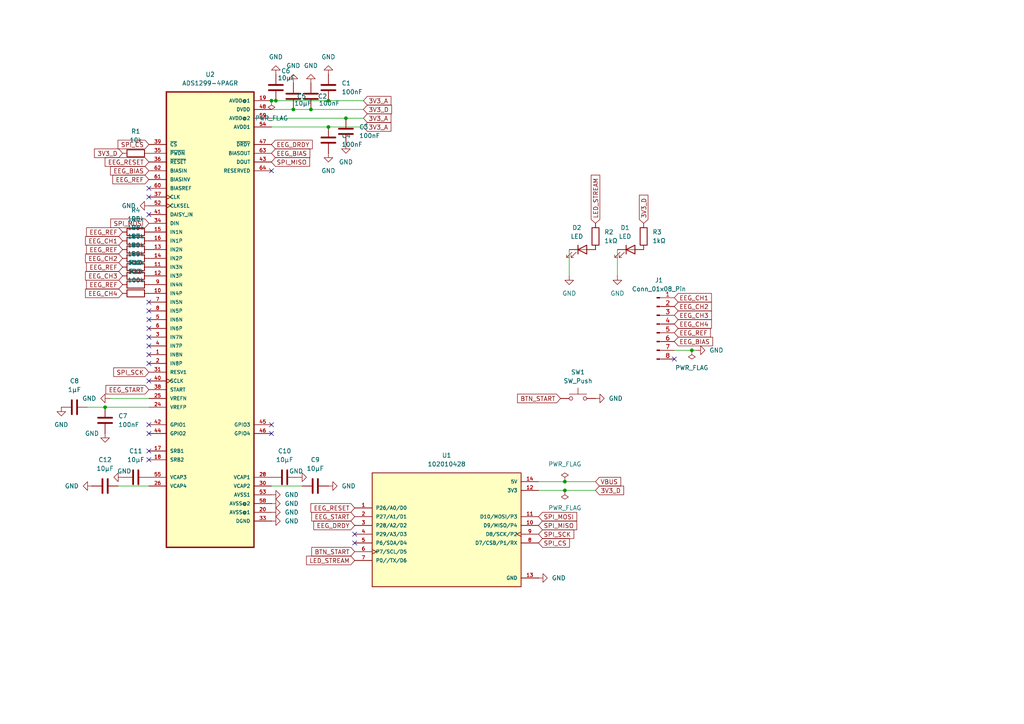
<source format=kicad_sch>
(kicad_sch (version 20250114) (generator "eeschema") (generator_version "9.0")
  (paper "A4")
  (lib_symbols
    (symbol "102010428:102010428" (pin_names (offset 1.016))
      (property "Reference" "U" (at -22.86 17.78 0))
      (property "Value" "102010428" (at -22.86 -17.78 0))
      (symbol "102010428_0_0"
        (rectangle (start -22.86 -15.24) (end 20.32 17.78) (stroke (width 0.254)) (fill (type background)))
        (pin bidirectional line (at -27.94 7.62 0) (length 5.08) (name "P26/A0/D0") (number "1"))
        (pin bidirectional line (at -27.94 5.08 0) (length 5.08) (name "P27/A1/D1") (number "2"))
        (pin bidirectional line (at -27.94 2.54 0) (length 5.08) (name "P28/A2/D2") (number "3"))
        (pin bidirectional line (at -27.94 0 0) (length 5.08) (name "P29/A3/D3") (number "4"))
        (pin bidirectional line (at -27.94 -2.54 0) (length 5.08) (name "P6/SDA/D4") (number "5"))
        (pin bidirectional clock (at -27.94 -5.08 0) (length 5.08) (name "P7/SCL/D5") (number "6"))
        (pin bidirectional line (at -27.94 -7.62 0) (length 5.08) (name "P0//TX/D6") (number "7"))
        (pin power_in line (at 25.4 15.24 180) (length 5.08) (name "5V") (number "14"))
        (pin power_in line (at 25.4 12.7 180) (length 5.08) (name "3V3") (number "12"))
        (pin bidirectional line (at 25.4 5.08 180) (length 5.08) (name "D10/MOSI/P3") (number "11"))
        (pin bidirectional line (at 25.4 2.54 180) (length 5.08) (name "D9/MISO/P4") (number "10"))
        (pin bidirectional clock (at 25.4 0 180) (length 5.08) (name "D8/SCK/P2") (number "9"))
        (pin bidirectional line (at 25.4 -2.54 180) (length 5.08) (name "D7/CSB/P1/RX") (number "8"))
        (pin power_in line (at 25.4 -12.7 180) (length 5.08) (name "GND") (number "13"))
      )
    )
    (symbol "ADS1299-4PAGR:ADS1299-4PAGR" (pin_names (offset 1.016))
      (property "Reference" "U" (at -12.7 67.04 0))
      (property "Value" "ADS1299-4PAGR" (at -12.7 -70.04 0))
      (symbol "ADS1299-4PAGR_0_0"
        (rectangle (start -12.7 -66.04) (end 12.7 66.04) (stroke (width 0.41)) (fill (type background)))
        (pin input line (at -17.78 50.8 0) (length 5.08) (name "~{CS}") (number "39"))
        (pin input line (at -17.78 48.26 0) (length 5.08) (name "~{PWDN}") (number "35"))
        (pin input line (at -17.78 45.72 0) (length 5.08) (name "~{RESET}") (number "36"))
        (pin input line (at -17.78 43.18 0) (length 5.08) (name "BIASIN") (number "62"))
        (pin input line (at -17.78 40.64 0) (length 5.08) (name "BIASINV") (number "61"))
        (pin input line (at -17.78 38.1 0) (length 5.08) (name "BIASREF") (number "60"))
        (pin input clock (at -17.78 35.56 0) (length 5.08) (name "CLK") (number "37"))
        (pin input clock (at -17.78 33.02 0) (length 5.08) (name "CLKSEL") (number "52"))
        (pin input line (at -17.78 30.48 0) (length 5.08) (name "DAISY_IN") (number "41"))
        (pin input line (at -17.78 27.94 0) (length 5.08) (name "DIN") (number "34"))
        (pin input line (at -17.78 25.4 0) (length 5.08) (name "IN1N") (number "15"))
        (pin input line (at -17.78 22.86 0) (length 5.08) (name "IN1P") (number "16"))
        (pin input line (at -17.78 20.32 0) (length 5.08) (name "IN2N") (number "13"))
        (pin input line (at -17.78 17.78 0) (length 5.08) (name "IN2P") (number "14"))
        (pin input line (at -17.78 15.24 0) (length 5.08) (name "IN3N") (number "11"))
        (pin input line (at -17.78 12.7 0) (length 5.08) (name "IN3P") (number "12"))
        (pin input line (at -17.78 10.16 0) (length 5.08) (name "IN4N") (number "9"))
        (pin input line (at -17.78 7.62 0) (length 5.08) (name "IN4P") (number "10"))
        (pin input line (at -17.78 5.08 0) (length 5.08) (name "IN5N") (number "7"))
        (pin input line (at -17.78 2.54 0) (length 5.08) (name "IN5P") (number "8"))
        (pin input line (at -17.78 0 0) (length 5.08) (name "IN6N") (number "5"))
        (pin input line (at -17.78 -2.54 0) (length 5.08) (name "IN6P") (number "6"))
        (pin input line (at -17.78 -5.08 0) (length 5.08) (name "IN7N") (number "3"))
        (pin input line (at -17.78 -7.62 0) (length 5.08) (name "IN7P") (number "4"))
        (pin input line (at -17.78 -10.16 0) (length 5.08) (name "IN8N") (number "1"))
        (pin input line (at -17.78 -12.7 0) (length 5.08) (name "IN8P") (number "2"))
        (pin input line (at -17.78 -15.24 0) (length 5.08) (name "RESV1") (number "31"))
        (pin input clock (at -17.78 -17.78 0) (length 5.08) (name "SCLK") (number "40"))
        (pin input line (at -17.78 -20.32 0) (length 5.08) (name "START") (number "38"))
        (pin input line (at -17.78 -22.86 0) (length 5.08) (name "VREFN") (number "25"))
        (pin input line (at -17.78 -25.4 0) (length 5.08) (name "VREFP") (number "24"))
        (pin bidirectional line (at -17.78 -30.48 0) (length 5.08) (name "GPIO1") (number "42"))
        (pin bidirectional line (at -17.78 -33.02 0) (length 5.08) (name "GPIO2") (number "44"))
        (pin bidirectional line (at -17.78 -38.1 0) (length 5.08) (name "SRB1") (number "17"))
        (pin bidirectional line (at -17.78 -40.64 0) (length 5.08) (name "SRB2") (number "18"))
        (pin bidirectional line (at -17.78 -45.72 0) (length 5.08) (name "VCAP3") (number "55"))
        (pin bidirectional line (at -17.78 -48.26 0) (length 5.08) (name "VCAP4") (number "26"))
        (pin power_in line (at 17.78 63.5 180) (length 5.08) (name "AVDD@1") (number "19"))
        (pin power_in line (at 17.78 63.5 180) (length 5.08) (hide yes) (name "AVDD@1") (number "21"))
        (pin power_in line (at 17.78 63.5 180) (length 5.08) (hide yes) (name "AVDD@1") (number "22"))
        (pin power_in line (at 17.78 63.5 180) (length 5.08) (hide yes) (name "AVDD@1") (number "56"))
        (pin power_in line (at 17.78 60.96 180) (length 5.08) (name "DVDD") (number "48"))
        (pin power_in line (at 17.78 60.96 180) (length 5.08) (hide yes) (name "DVDD") (number "50"))
        (pin power_in line (at 17.78 58.42 180) (length 5.08) (name "AVDD@2") (number "59"))
        (pin power_in line (at 17.78 55.88 180) (length 5.08) (name "AVDD1") (number "54"))
        (pin output line (at 17.78 50.8 180) (length 5.08) (name "~{DRDY}") (number "47"))
        (pin output line (at 17.78 48.26 180) (length 5.08) (name "BIASOUT") (number "63"))
        (pin output line (at 17.78 45.72 180) (length 5.08) (name "DOUT") (number "43"))
        (pin output line (at 17.78 43.18 180) (length 5.08) (name "RESERVED") (number "64"))
        (pin bidirectional line (at 17.78 -30.48 180) (length 5.08) (name "GPIO3") (number "45"))
        (pin bidirectional line (at 17.78 -33.02 180) (length 5.08) (name "GPIO4") (number "46"))
        (pin output line (at 17.78 -45.72 180) (length 5.08) (name "VCAP1") (number "28"))
        (pin output line (at 17.78 -48.26 180) (length 5.08) (name "VCAP2") (number "30"))
        (pin power_in line (at 17.78 -50.8 180) (length 5.08) (name "AVSS1") (number "53"))
        (pin power_in line (at 17.78 -53.34 180) (length 5.08) (name "AVSS@2") (number "58"))
        (pin power_in line (at 17.78 -55.88 180) (length 5.08) (name "AVSS@1") (number "20"))
        (pin power_in line (at 17.78 -55.88 180) (length 5.08) (hide yes) (name "AVSS@1") (number "23"))
        (pin power_in line (at 17.78 -55.88 180) (length 5.08) (hide yes) (name "AVSS@1") (number "32"))
        (pin power_in line (at 17.78 -55.88 180) (length 5.08) (hide yes) (name "AVSS@1") (number "57"))
        (pin power_in line (at 17.78 -58.42 180) (length 5.08) (name "DGND") (number "33"))
        (pin power_in line (at 17.78 -58.42 180) (length 5.08) (hide yes) (name "DGND") (number "49"))
        (pin power_in line (at 17.78 -58.42 180) (length 5.08) (hide yes) (name "DGND") (number "51"))
      )
    )
    (symbol "Connector:Conn_01x08_Pin" (pin_names (offset 1.016) (hide yes))
      (property "Reference" "J" (at 0 10.16 0))
      (property "Value" "Conn_01x08_Pin" (at 0 -12.7 0))
      (symbol "Conn_01x08_Pin_1_1"
        (rectangle (start 0.8636 7.747) (end 0 7.493) (stroke (width 0.1524)) (fill (type outline)))
        (rectangle (start 0.8636 5.207) (end 0 4.953) (stroke (width 0.1524)) (fill (type outline)))
        (rectangle (start 0.8636 2.667) (end 0 2.413) (stroke (width 0.1524)) (fill (type outline)))
        (rectangle (start 0.8636 0.127) (end 0 -0.127) (stroke (width 0.1524)) (fill (type outline)))
        (rectangle (start 0.8636 -2.413) (end 0 -2.667) (stroke (width 0.1524)) (fill (type outline)))
        (rectangle (start 0.8636 -4.953) (end 0 -5.207) (stroke (width 0.1524)) (fill (type outline)))
        (rectangle (start 0.8636 -7.493) (end 0 -7.747) (stroke (width 0.1524)) (fill (type outline)))
        (rectangle (start 0.8636 -10.033) (end 0 -10.287) (stroke (width 0.1524)) (fill (type outline)))
        (polyline (pts (xy 1.27 7.62) (xy 0.8636 7.62)) (stroke (width 0.1524)))
        (polyline (pts (xy 1.27 5.08) (xy 0.8636 5.08)) (stroke (width 0.1524)))
        (polyline (pts (xy 1.27 2.54) (xy 0.8636 2.54)) (stroke (width 0.1524)))
        (polyline (pts (xy 1.27 0) (xy 0.8636 0)) (stroke (width 0.1524)))
        (polyline (pts (xy 1.27 -2.54) (xy 0.8636 -2.54)) (stroke (width 0.1524)))
        (polyline (pts (xy 1.27 -5.08) (xy 0.8636 -5.08)) (stroke (width 0.1524)))
        (polyline (pts (xy 1.27 -7.62) (xy 0.8636 -7.62)) (stroke (width 0.1524)))
        (polyline (pts (xy 1.27 -10.16) (xy 0.8636 -10.16)) (stroke (width 0.1524)))
        (pin passive line (at 5.08 7.62 180) (length 3.81) (name "Pin_1") (number "1"))
        (pin passive line (at 5.08 5.08 180) (length 3.81) (name "Pin_2") (number "2"))
        (pin passive line (at 5.08 2.54 180) (length 3.81) (name "Pin_3") (number "3"))
        (pin passive line (at 5.08 0 180) (length 3.81) (name "Pin_4") (number "4"))
        (pin passive line (at 5.08 -2.54 180) (length 3.81) (name "Pin_5") (number "5"))
        (pin passive line (at 5.08 -5.08 180) (length 3.81) (name "Pin_6") (number "6"))
        (pin passive line (at 5.08 -7.62 180) (length 3.81) (name "Pin_7") (number "7"))
        (pin passive line (at 5.08 -10.16 180) (length 3.81) (name "Pin_8") (number "8"))
      )
    )
    (symbol "Device:C" (pin_numbers (hide yes)) (pin_names (offset 0.254))
      (property "Reference" "C" (at 0.635 2.54 0))
      (property "Value" "C" (at 0.635 -2.54 0))
      (symbol "C_0_1"
        (polyline (pts (xy -2.032 0.762) (xy 2.032 0.762)) (stroke (width 0.508)))
        (polyline (pts (xy -2.032 -0.762) (xy 2.032 -0.762)) (stroke (width 0.508)))
      )
      (symbol "C_1_1"
        (pin passive line (at 0 3.81 270) (length 2.794) (name "~") (number "1"))
        (pin passive line (at 0 -3.81 90) (length 2.794) (name "~") (number "2"))
      )
    )
    (symbol "Device:LED" (pin_numbers (hide yes)) (pin_names (offset 1.016) (hide yes))
      (property "Reference" "D" (at 0 2.54 0))
      (property "Value" "LED" (at 0 -2.54 0))
      (symbol "LED_0_1"
        (polyline (pts (xy -3.048 -0.762) (xy -4.572 -2.286) (xy -3.81 -2.286) (xy -4.572 -2.286) (xy -4.572 -1.524)))
        (polyline (pts (xy -1.778 -0.762) (xy -3.302 -2.286) (xy -2.54 -2.286) (xy -3.302 -2.286) (xy -3.302 -1.524)))
        (polyline (pts (xy -1.27 0) (xy 1.27 0)))
        (polyline (pts (xy -1.27 -1.27) (xy -1.27 1.27)) (stroke (width 0.254)))
        (polyline (pts (xy 1.27 -1.27) (xy 1.27 1.27) (xy -1.27 0) (xy 1.27 -1.27)) (stroke (width 0.254)))
      )
      (symbol "LED_1_1"
        (pin passive line (at -3.81 0 0) (length 2.54) (name "K") (number "1"))
        (pin passive line (at 3.81 0 180) (length 2.54) (name "A") (number "2"))
      )
    )
    (symbol "Device:R" (pin_numbers (hide yes)) (pin_names (offset 0))
      (property "Reference" "R" (at 2.032 0 90))
      (property "Value" "R" (at 0 0 90))
      (symbol "R_0_1"
        (rectangle (start -1.016 -2.54) (end 1.016 2.54) (stroke (width 0.254)))
      )
      (symbol "R_1_1"
        (pin passive line (at 0 3.81 270) (length 1.27) (name "~") (number "1"))
        (pin passive line (at 0 -3.81 90) (length 1.27) (name "~") (number "2"))
      )
    )
    (symbol "Switch:SW_Push" (pin_numbers (hide yes)) (pin_names (offset 1.016) (hide yes))
      (property "Reference" "SW" (at 1.27 2.54 0))
      (property "Value" "SW_Push" (at 0 -1.524 0))
      (symbol "SW_Push_0_1"
        (circle (center -2.032 0) (radius 0.508))
        (polyline (pts (xy 0 1.27) (xy 0 3.048)))
        (circle (center 2.032 0) (radius 0.508))
        (polyline (pts (xy 2.54 1.27) (xy -2.54 1.27)))
        (pin passive line (at -5.08 0 0) (length 2.54) (name "1") (number "1"))
        (pin passive line (at 5.08 0 180) (length 2.54) (name "2") (number "2"))
      )
    )
    (symbol "power:GND" (power) (pin_numbers (hide yes)) (pin_names (offset 0) (hide yes))
      (property "Value" "GND" (at 0 -3.81 0))
      (symbol "GND_0_1"
        (polyline (pts (xy 0 0) (xy 0 -1.27) (xy 1.27 -1.27) (xy 0 -2.54) (xy -1.27 -1.27) (xy 0 -1.27)))
      )
      (symbol "GND_1_1"
        (pin power_in line (at 0 0 270) (length 0) (name "~") (number "1"))
      )
    )
    (symbol "power:PWR_FLAG" (power) (pin_numbers (hide yes)) (pin_names (offset 0) (hide yes))
      (property "Value" "PWR_FLAG" (at 0 3.81 0))
      (symbol "PWR_FLAG_0_0"
        (pin power_out line (at 0 0 90) (length 0) (name "~") (number "1"))
      )
      (symbol "PWR_FLAG_0_1"
        (polyline (pts (xy 0 0) (xy 0 1.27) (xy -1.016 1.905) (xy 0 2.54) (xy 1.016 1.905) (xy 0 1.27)))
      )
    )
  )
  (junction (at 200.66 101.6))
  (junction (at 163.83 139.7))
  (junction (at 100.33 34.29))
  (junction (at 30.48 118.11))
  (junction (at 95.25 29.21))
  (junction (at 80.01 29.21))
  (junction (at 95.25 36.83))
  (junction (at 90.17 31.75))
  (junction (at 85.09 31.75))
  (junction (at 163.83 142.24))
  (junction (at 78.74 29.21))
  (no_connect (at 43.18 130.81))
  (no_connect (at 43.18 123.19))
  (no_connect (at 43.18 100.33))
  (no_connect (at 43.18 54.61))
  (no_connect (at 43.18 97.79))
  (no_connect (at 43.18 87.63))
  (no_connect (at 43.18 125.73))
  (no_connect (at 43.18 102.87))
  (no_connect (at 78.74 123.19))
  (no_connect (at 43.18 90.17))
  (no_connect (at 43.18 95.25))
  (no_connect (at 43.18 92.71))
  (no_connect (at 78.74 125.73))
  (no_connect (at 43.18 62.23))
  (no_connect (at 43.18 105.41))
  (no_connect (at 195.58 104.14))
  (no_connect (at 78.74 49.53))
  (no_connect (at 43.18 57.15))
  (no_connect (at 43.18 133.35))
  (no_connect (at 43.18 110.49))
  (no_connect (at 102.87 157.48))
  (no_connect (at 102.87 154.94))
  (wire (pts (xy 95.25 29.21) (xy 80.01 29.21)))
  (wire (pts (xy 105.41 36.83) (xy 95.25 36.83)))
  (wire (pts (xy 105.41 29.21) (xy 95.25 29.21)))
  (wire (pts (xy 90.17 31.75) (xy 85.09 31.75)))
  (wire (pts (xy 31.75 115.57) (xy 43.18 115.57)))
  (wire (pts (xy 179.07 80.01) (xy 179.07 72.39)))
  (wire (pts (xy 25.4 118.11) (xy 30.48 118.11)))
  (wire (pts (xy 105.41 31.75) (xy 90.17 31.75)))
  (wire (pts (xy 78.74 34.29) (xy 100.33 34.29)))
  (wire (pts (xy 87.63 140.97) (xy 78.74 140.97)))
  (wire (pts (xy 34.29 140.97) (xy 43.18 140.97)))
  (wire (pts (xy 78.74 36.83) (xy 95.25 36.83)))
  (wire (pts (xy 163.83 142.24) (xy 156.21 142.24)))
  (wire (pts (xy 163.83 139.7) (xy 156.21 139.7)))
  (wire (pts (xy 30.48 118.11) (xy 43.18 118.11)))
  (wire (pts (xy 80.01 29.21) (xy 78.74 29.21)))
  (wire (pts (xy 201.93 101.6) (xy 200.66 101.6)))
  (wire (pts (xy 105.41 34.29) (xy 100.33 34.29)))
  (wire (pts (xy 200.66 101.6) (xy 195.58 101.6)))
  (wire (pts (xy 172.72 142.24) (xy 163.83 142.24)))
  (wire (pts (xy 85.09 31.75) (xy 78.74 31.75)))
  (wire (pts (xy 165.1 80.01) (xy 165.1 72.39)))
  (wire (pts (xy 172.72 139.7) (xy 163.83 139.7)))
  (global_label "EEG_DRDY" (shape input) (at 102.87 152.4 180) (property "Intersheetrefs" "${INTERSHEET_REFS}" (effects (hide yes))))
  (global_label "EEG_START" (shape input) (at 102.87 149.86 180) (property "Intersheetrefs" "${INTERSHEET_REFS}" (effects (hide yes))))
  (global_label "LED_STREAM" (shape input) (at 172.72 64.77 90) (property "Intersheetrefs" "${INTERSHEET_REFS}" (effects (hide yes))))
  (global_label "3V3_D" (shape input) (at 105.41 31.75 0) (property "Intersheetrefs" "${INTERSHEET_REFS}" (effects (hide yes))))
  (global_label "EEG_CH2" (shape input) (at 195.58 88.9 0) (property "Intersheetrefs" "${INTERSHEET_REFS}" (effects (hide yes))))
  (global_label "EEG_RESET" (shape input) (at 102.87 147.32 180) (property "Intersheetrefs" "${INTERSHEET_REFS}" (effects (hide yes))))
  (global_label "SPI_CS" (shape input) (at 43.18 41.91 180) (property "Intersheetrefs" "${INTERSHEET_REFS}" (effects (hide yes))))
  (global_label "EEG_REF" (shape input) (at 43.18 52.07 180) (property "Intersheetrefs" "${INTERSHEET_REFS}" (effects (hide yes))))
  (global_label "EEG_BIAS" (shape input) (at 43.18 49.53 180) (property "Intersheetrefs" "${INTERSHEET_REFS}" (effects (hide yes))))
  (global_label "SPI_CS" (shape input) (at 156.21 157.48 0) (property "Intersheetrefs" "${INTERSHEET_REFS}" (effects (hide yes))))
  (global_label "EEG_REF" (shape input) (at 35.56 67.31 180) (property "Intersheetrefs" "${INTERSHEET_REFS}" (effects (hide yes))))
  (global_label "EEG_DRDY" (shape input) (at 78.74 41.91 0) (property "Intersheetrefs" "${INTERSHEET_REFS}" (effects (hide yes))))
  (global_label "SPI_MISO" (shape input) (at 78.74 46.99 0) (property "Intersheetrefs" "${INTERSHEET_REFS}" (effects (hide yes))))
  (global_label "3V3_D" (shape input) (at 35.56 44.45 180) (property "Intersheetrefs" "${INTERSHEET_REFS}" (effects (hide yes))))
  (global_label "SPI_MOSI" (shape input) (at 156.21 149.86 0) (property "Intersheetrefs" "${INTERSHEET_REFS}" (effects (hide yes))))
  (global_label "BTN_START" (shape input) (at 162.56 115.57 180) (property "Intersheetrefs" "${INTERSHEET_REFS}" (effects (hide yes))))
  (global_label "EEG_CH3" (shape input) (at 35.56 80.01 180) (property "Intersheetrefs" "${INTERSHEET_REFS}" (effects (hide yes))))
  (global_label "EEG_REF" (shape input) (at 195.58 96.52 0) (property "Intersheetrefs" "${INTERSHEET_REFS}" (effects (hide yes))))
  (global_label "LED_STREAM" (shape input) (at 102.87 162.56 180) (property "Intersheetrefs" "${INTERSHEET_REFS}" (effects (hide yes))))
  (global_label "3V3_D" (shape input) (at 186.69 64.77 90) (property "Intersheetrefs" "${INTERSHEET_REFS}" (effects (hide yes))))
  (global_label "SPI_SCK" (shape input) (at 43.18 107.95 180) (property "Intersheetrefs" "${INTERSHEET_REFS}" (effects (hide yes))))
  (global_label "SPI_SCK" (shape input) (at 156.21 154.94 0) (property "Intersheetrefs" "${INTERSHEET_REFS}" (effects (hide yes))))
  (global_label "EEG_BIAS" (shape input) (at 195.58 99.06 0) (property "Intersheetrefs" "${INTERSHEET_REFS}" (effects (hide yes))))
  (global_label "EEG_CH2" (shape input) (at 35.56 74.93 180) (property "Intersheetrefs" "${INTERSHEET_REFS}" (effects (hide yes))))
  (global_label "EEG_CH3" (shape input) (at 195.58 91.44 0) (property "Intersheetrefs" "${INTERSHEET_REFS}" (effects (hide yes))))
  (global_label "EEG_CH4" (shape input) (at 195.58 93.98 0) (property "Intersheetrefs" "${INTERSHEET_REFS}" (effects (hide yes))))
  (global_label "3V3_A" (shape input) (at 105.41 34.29 0) (property "Intersheetrefs" "${INTERSHEET_REFS}" (effects (hide yes))))
  (global_label "EEG_CH1" (shape input) (at 195.58 86.36 0) (property "Intersheetrefs" "${INTERSHEET_REFS}" (effects (hide yes))))
  (global_label "EEG_REF" (shape input) (at 35.56 72.39 180) (property "Intersheetrefs" "${INTERSHEET_REFS}" (effects (hide yes))))
  (global_label "EEG_RESET" (shape input) (at 43.18 46.99 180) (property "Intersheetrefs" "${INTERSHEET_REFS}" (effects (hide yes))))
  (global_label "EEG_CH4" (shape input) (at 35.56 85.09 180) (property "Intersheetrefs" "${INTERSHEET_REFS}" (effects (hide yes))))
  (global_label "EEG_REF" (shape input) (at 35.56 77.47 180) (property "Intersheetrefs" "${INTERSHEET_REFS}" (effects (hide yes))))
  (global_label "3V3_A" (shape input) (at 105.41 36.83 0) (property "Intersheetrefs" "${INTERSHEET_REFS}" (effects (hide yes))))
  (global_label "SPI_MOSI" (shape input) (at 43.18 64.77 180) (property "Intersheetrefs" "${INTERSHEET_REFS}" (effects (hide yes))))
  (global_label "EEG_CH1" (shape input) (at 35.56 69.85 180) (property "Intersheetrefs" "${INTERSHEET_REFS}" (effects (hide yes))))
  (global_label "EEG_START" (shape input) (at 43.18 113.03 180) (property "Intersheetrefs" "${INTERSHEET_REFS}" (effects (hide yes))))
  (global_label "EEG_REF" (shape input) (at 35.56 82.55 180) (property "Intersheetrefs" "${INTERSHEET_REFS}" (effects (hide yes))))
  (global_label "3V3_D" (shape input) (at 172.72 142.24 0) (property "Intersheetrefs" "${INTERSHEET_REFS}" (effects (hide yes))))
  (global_label "BTN_START" (shape input) (at 102.87 160.02 180) (property "Intersheetrefs" "${INTERSHEET_REFS}" (effects (hide yes))))
  (global_label "SPI_MISO" (shape input) (at 156.21 152.4 0) (property "Intersheetrefs" "${INTERSHEET_REFS}" (effects (hide yes))))
  (global_label "3V3_A" (shape input) (at 105.41 29.21 0) (property "Intersheetrefs" "${INTERSHEET_REFS}" (effects (hide yes))))
  (global_label "EEG_BIAS" (shape input) (at 78.74 44.45 0) (property "Intersheetrefs" "${INTERSHEET_REFS}" (effects (hide yes))))
  (global_label "VBUS" (shape input) (at 172.72 139.7 0) (property "Intersheetrefs" "${INTERSHEET_REFS}" (effects (hide yes))))
  (symbol (lib_id "power:PWR_FLAG") (at 78.74 29.21 180) (unit 1)
    (property "Reference" "#FLG03" (effects (hide yes)))
    (property "Value" "PWR_FLAG" (at 78.74 34.29 0))
    (property "Description" "Special symbol for telling ERC where power comes from" (effects (hide yes)))
  )
  (symbol (lib_id "Device:R") (at 39.37 72.39 90) (unit 1)
    (property "Reference" "R6" (at 39.37 66.04 90))
    (property "Value" "100k" (at 39.37 68.58 90))
    (property "Footprint" "Resistor_SMD:R_0805_2012Metric" (effects (hide yes)))
    (property "Description" "Resistor" (effects (hide yes)))
  )
  (symbol (lib_id "power:GND") (at 85.09 24.13 180) (unit 1)
    (property "Reference" "#PWR015" (effects (hide yes)))
    (property "Value" "GND" (at 85.09 19.05 0))
    (property "Description" "Power symbol creates a global label with name \"GND\" , ground" (effects (hide yes)))
  )
  (symbol (lib_id "Device:C") (at 95.25 40.64 180) (unit 1)
    (property "Reference" "C4" (at 99.06 39.3699 0) (effects (justify right)))
    (property "Value" "100nF" (at 99.06 41.9099 0) (effects (justify right)))
    (property "Footprint" "Capacitor_SMD:C_0603_1608Metric" (effects (hide yes)))
    (property "Description" "Unpolarized capacitor" (effects (hide yes)))
  )
  (symbol (lib_id "power:GND") (at 95.25 44.45 0) (unit 1)
    (property "Reference" "#PWR013" (effects (hide yes)))
    (property "Value" "GND" (at 95.25 49.53 0))
    (property "Description" "Power symbol creates a global label with name \"GND\" , ground" (effects (hide yes)))
  )
  (symbol (lib_id "power:GND") (at 17.78 118.11 0) (unit 1)
    (property "Reference" "#PWR019" (effects (hide yes)))
    (property "Value" "GND" (at 17.78 123.19 0))
    (property "Description" "Power symbol creates a global label with name \"GND\" , ground" (effects (hide yes)))
  )
  (symbol (lib_id "power:GND") (at 172.72 115.57 90) (unit 1)
    (property "Reference" "#PWR08" (effects (hide yes)))
    (property "Value" "GND" (at 176.53 115.5699 90) (effects (justify right)))
    (property "Description" "Power symbol creates a global label with name \"GND\" , ground" (effects (hide yes)))
  )
  (symbol (lib_id "power:GND") (at 78.74 148.59 90) (unit 1)
    (property "Reference" "#PWR04" (effects (hide yes)))
    (property "Value" "GND" (at 82.55 148.5899 90) (effects (justify right)))
    (property "Description" "Power symbol creates a global label with name \"GND\" , ground" (effects (hide yes)))
  )
  (symbol (lib_id "power:GND") (at 100.33 41.91 0) (unit 1)
    (property "Reference" "#PWR010" (effects (hide yes)))
    (property "Value" "GND" (at 100.33 46.99 0))
    (property "Description" "Power symbol creates a global label with name \"GND\" , ground" (effects (hide yes)))
  )
  (symbol (lib_id "power:PWR_FLAG") (at 163.83 142.24 180) (unit 1)
    (property "Reference" "#FLG02" (effects (hide yes)))
    (property "Value" "PWR_FLAG" (at 163.83 147.32 0))
    (property "Description" "Special symbol for telling ERC where power comes from" (effects (hide yes)))
  )
  (symbol (lib_id "Device:C") (at 90.17 27.94 180) (unit 1)
    (property "Reference" "C2" (at 92.202 27.94 0) (effects (justify right)))
    (property "Value" "100nF" (at 92.456 29.972 0) (effects (justify right)))
    (property "Footprint" "Capacitor_SMD:C_0603_1608Metric" (effects (hide yes)))
    (property "Description" "Unpolarized capacitor" (effects (hide yes)))
  )
  (symbol (lib_id "Device:C") (at 91.44 140.97 90) (unit 1)
    (property "Reference" "C9" (at 91.44 133.35 90))
    (property "Value" "10µF" (at 91.44 135.89 90))
    (property "Footprint" "Capacitor_SMD:C_1206_3216Metric" (effects (hide yes)))
    (property "Description" "Unpolarized capacitor" (effects (hide yes)))
  )
  (symbol (lib_id "Device:R") (at 39.37 44.45 90) (unit 1)
    (property "Reference" "R1" (at 39.37 38.1 90))
    (property "Value" "10k" (at 39.37 40.64 90))
    (property "Footprint" "Resistor_SMD:R_0805_2012Metric" (effects (hide yes)))
    (property "Description" "Resistor" (effects (hide yes)))
  )
  (symbol (lib_id "power:GND") (at 78.74 146.05 90) (unit 1)
    (property "Reference" "#PWR03" (effects (hide yes)))
    (property "Value" "GND" (at 82.55 146.0499 90) (effects (justify right)))
    (property "Description" "Power symbol creates a global label with name \"GND\" , ground" (effects (hide yes)))
  )
  (symbol (lib_id "Device:C") (at 80.01 25.4 180) (unit 1)
    (property "Reference" "C6" (at 81.534 20.574 0) (effects (justify right)))
    (property "Value" "10µF" (at 80.518 22.606 0) (effects (justify right)))
    (property "Footprint" "Capacitor_SMD:C_1206_3216Metric" (effects (hide yes)))
    (property "Description" "Unpolarized capacitor" (effects (hide yes)))
  )
  (symbol (lib_id "power:GND") (at 30.48 125.73 0) (unit 1)
    (property "Reference" "#PWR018" (effects (hide yes)))
    (property "Value" "GND" (at 26.67 125.73 0))
    (property "Description" "Power symbol creates a global label with name \"GND\" , ground" (effects (hide yes)))
  )
  (symbol (lib_id "Device:R") (at 39.37 80.01 90) (unit 1)
    (property "Reference" "R9" (at 39.37 73.66 90))
    (property "Value" "100k" (at 39.37 76.2 90))
    (property "Footprint" "Resistor_SMD:R_0805_2012Metric" (effects (hide yes)))
    (property "Description" "Resistor" (effects (hide yes)))
  )
  (symbol (lib_id "Device:C") (at 39.37 138.43 270) (mirror x) (unit 1)
    (property "Reference" "C11" (at 39.37 130.81 90))
    (property "Value" "10µF" (at 39.37 133.35 90))
    (property "Footprint" "Capacitor_SMD:C_1206_3216Metric" (effects (hide yes)))
    (property "Description" "Unpolarized capacitor" (effects (hide yes)))
  )
  (symbol (lib_id "Connector:Conn_01x08_Pin") (at 190.5 93.98 0) (unit 1)
    (property "Reference" "J1" (at 191.135 81.28 0))
    (property "Value" "Conn_01x08_Pin" (at 191.135 83.82 0))
    (property "Footprint" "Connector_PinHeader_2.54mm:PinHeader_1x08_P2.54mm_Horizontal" (effects (hide yes)))
    (property "Description" "Generic connector, single row, 01x08, script generated" (effects (hide yes)))
  )
  (symbol (lib_id "Device:C") (at 30.48 140.97 270) (mirror x) (unit 1)
    (property "Reference" "C12" (at 30.48 133.35 90))
    (property "Value" "10µF" (at 30.48 135.89 90))
    (property "Footprint" "Capacitor_SMD:C_1206_3216Metric" (effects (hide yes)))
    (property "Description" "Unpolarized capacitor" (effects (hide yes)))
  )
  (symbol (lib_id "Device:R") (at 39.37 82.55 90) (unit 1)
    (property "Reference" "R10" (at 39.37 76.2 90))
    (property "Value" "100k" (at 39.37 78.74 90))
    (property "Footprint" "Resistor_SMD:R_0805_2012Metric" (effects (hide yes)))
    (property "Description" "Resistor" (effects (hide yes)))
  )
  (symbol (lib_id "Switch:SW_Push") (at 167.64 115.57 0) (unit 1)
    (property "Reference" "SW1" (at 167.64 107.95 0))
    (property "Value" "SW_Push" (at 167.64 110.49 0))
    (property "Footprint" "Button_Switch_SMD:SW_Push_SPST_NO_Alps_SKRK" (effects (hide yes)))
    (property "Description" "Push button switch, generic, two pins" (effects (hide yes)))
  )
  (symbol (lib_id "Device:R") (at 39.37 69.85 90) (unit 1)
    (property "Reference" "R5" (at 39.37 63.5 90))
    (property "Value" "100k" (at 39.37 66.04 90))
    (property "Footprint" "Resistor_SMD:R_0805_2012Metric" (effects (hide yes)))
    (property "Description" "Resistor" (effects (hide yes)))
  )
  (symbol (lib_id "Device:C") (at 30.48 121.92 0) (unit 1)
    (property "Reference" "C7" (at 34.29 120.6499 0) (effects (justify left)))
    (property "Value" "100nF" (at 34.29 123.1899 0) (effects (justify left)))
    (property "Footprint" "Capacitor_SMD:C_0603_1608Metric" (effects (hide yes)))
    (property "Description" "Unpolarized capacitor" (effects (hide yes)))
  )
  (symbol (lib_id "power:GND") (at 95.25 140.97 90) (unit 1)
    (property "Reference" "#PWR09" (effects (hide yes)))
    (property "Value" "GND" (at 99.06 140.9699 90) (effects (justify right)))
    (property "Description" "Power symbol creates a global label with name \"GND\" , ground" (effects (hide yes)))
  )
  (symbol (lib_id "power:GND") (at 31.75 115.57 270) (unit 1)
    (property "Reference" "#PWR020" (effects (hide yes)))
    (property "Value" "GND" (at 27.94 115.5699 90) (effects (justify right)))
    (property "Description" "Power symbol creates a global label with name \"GND\" , ground" (effects (hide yes)))
  )
  (symbol (lib_id "power:PWR_FLAG") (at 163.83 139.7 0) (unit 1)
    (property "Reference" "#FLG01" (effects (hide yes)))
    (property "Value" "PWR_FLAG" (at 163.83 134.62 0))
    (property "Description" "Special symbol for telling ERC where power comes from" (effects (hide yes)))
  )
  (symbol (lib_id "Device:R") (at 39.37 74.93 90) (unit 1)
    (property "Reference" "R7" (at 39.37 68.58 90))
    (property "Value" "100k" (at 39.37 71.12 90))
    (property "Footprint" "Resistor_SMD:R_0805_2012Metric" (effects (hide yes)))
    (property "Description" "Resistor" (effects (hide yes)))
  )
  (symbol (lib_id "power:GND") (at 80.01 21.59 180) (unit 1)
    (property "Reference" "#PWR014" (effects (hide yes)))
    (property "Value" "GND" (at 80.01 16.51 0))
    (property "Description" "Power symbol creates a global label with name \"GND\" , ground" (effects (hide yes)))
  )
  (symbol (lib_id "Device:C") (at 95.25 25.4 180) (unit 1)
    (property "Reference" "C1" (at 99.06 24.1299 0) (effects (justify right)))
    (property "Value" "100nF" (at 99.06 26.6699 0) (effects (justify right)))
    (property "Footprint" "Capacitor_SMD:C_0603_1608Metric" (effects (hide yes)))
    (property "Description" "Unpolarized capacitor" (effects (hide yes)))
  )
  (symbol (lib_id "Device:C") (at 82.55 138.43 90) (unit 1)
    (property "Reference" "C10" (at 82.55 130.81 90))
    (property "Value" "10µF" (at 82.55 133.35 90))
    (property "Footprint" "Capacitor_SMD:C_1206_3216Metric" (effects (hide yes)))
    (property "Description" "Unpolarized capacitor" (effects (hide yes)))
  )
  (symbol (lib_id "Device:R") (at 172.72 68.58 0) (unit 1)
    (property "Reference" "R2" (at 175.26 67.3099 0) (effects (justify left)))
    (property "Value" "1kΩ" (at 175.26 69.8499 0) (effects (justify left)))
    (property "Footprint" "Resistor_SMD:R_0805_2012Metric" (effects (hide yes)))
    (property "Description" "Resistor" (effects (hide yes)))
  )
  (symbol (lib_id "power:GND") (at 156.21 167.64 90) (unit 1)
    (property "Reference" "#PWR07" (effects (hide yes)))
    (property "Value" "GND" (at 160.02 167.6399 90) (effects (justify right)))
    (property "Description" "Power symbol creates a global label with name \"GND\" , ground" (effects (hide yes)))
  )
  (symbol (lib_id "power:GND") (at 35.56 138.43 270) (mirror x) (unit 1)
    (property "Reference" "#PWR022" (effects (hide yes)))
    (property "Value" "GND" (at 38.1 136.652 90) (effects (justify right)))
    (property "Description" "Power symbol creates a global label with name \"GND\" , ground" (effects (hide yes)))
  )
  (symbol (lib_id "power:PWR_FLAG") (at 200.66 101.6 180) (unit 1)
    (property "Reference" "#FLG04" (effects (hide yes)))
    (property "Value" "PWR_FLAG" (at 200.66 106.68 0))
    (property "Description" "Special symbol for telling ERC where power comes from" (effects (hide yes)))
  )
  (symbol (lib_id "Device:C") (at 100.33 38.1 180) (unit 1)
    (property "Reference" "C3" (at 104.14 36.8299 0) (effects (justify right)))
    (property "Value" "100nF" (at 104.14 39.3699 0) (effects (justify right)))
    (property "Footprint" "Capacitor_SMD:C_0603_1608Metric" (effects (hide yes)))
    (property "Description" "Unpolarized capacitor" (effects (hide yes)))
  )
  (symbol (lib_id "Device:C") (at 85.09 27.94 180) (unit 1)
    (property "Reference" "C5" (at 86.106 27.94 0) (effects (justify right)))
    (property "Value" "10µF" (at 85.344 29.972 0) (effects (justify right)))
    (property "Footprint" "Capacitor_SMD:C_1206_3216Metric" (effects (hide yes)))
    (property "Description" "Unpolarized capacitor" (effects (hide yes)))
  )
  (symbol (lib_id "power:GND") (at 78.74 143.51 90) (unit 1)
    (property "Reference" "#PWR02" (effects (hide yes)))
    (property "Value" "GND" (at 82.55 143.5099 90) (effects (justify right)))
    (property "Description" "Power symbol creates a global label with name \"GND\" , ground" (effects (hide yes)))
  )
  (symbol (lib_id "power:GND") (at 179.07 80.01 0) (unit 1)
    (property "Reference" "#PWR012" (effects (hide yes)))
    (property "Value" "GND" (at 179.07 85.09 0))
    (property "Description" "Power symbol creates a global label with name \"GND\" , ground" (effects (hide yes)))
  )
  (symbol (lib_id "power:GND") (at 165.1 80.01 0) (unit 1)
    (property "Reference" "#PWR011" (effects (hide yes)))
    (property "Value" "GND" (at 165.1 85.09 0))
    (property "Description" "Power symbol creates a global label with name \"GND\" , ground" (effects (hide yes)))
  )
  (symbol (lib_id "power:GND") (at 90.17 24.13 180) (unit 1)
    (property "Reference" "#PWR016" (effects (hide yes)))
    (property "Value" "GND" (at 90.17 19.05 0))
    (property "Description" "Power symbol creates a global label with name \"GND\" , ground" (effects (hide yes)))
  )
  (symbol (lib_id "power:GND") (at 26.67 140.97 270) (mirror x) (unit 1)
    (property "Reference" "#PWR023" (effects (hide yes)))
    (property "Value" "GND" (at 22.86 140.9699 90) (effects (justify right)))
    (property "Description" "Power symbol creates a global label with name \"GND\" , ground" (effects (hide yes)))
  )
  (symbol (lib_id "ADS1299-4PAGR:ADS1299-4PAGR") (at 60.96 92.71 0) (unit 1)
    (property "Reference" "U2" (at 60.96 21.59 0))
    (property "Value" "ADS1299-4PAGR" (at 60.96 24.13 0))
    (property "Footprint" "OPL:QFP50P1200X1200X120-64N" (effects (hide yes)))
    (property "MF" "Texas Instruments" (effects (hide yes)))
    (property "Description_1" "Low-Noise, 4-Channel, 24-Bit Analog-to-Digital Converter for Biopotential Measurements" (effects (hide yes)))
    (property "Package" "TQFP-64 Texas Instruments" (effects (hide yes)))
    (property "Price" "None" (effects (hide yes)))
    (property "SnapEDA_Link" "https://www.snapeda.com/parts/ADS1299-4PAGR/Texas+Instruments/view-part/?ref=snap" (effects (hide yes)))
    (property "MP" "ADS1299-4PAGR" (effects (hide yes)))
    (property "Availability" "In Stock" (effects (hide yes)))
    (property "Check_prices" "https://www.snapeda.com/parts/ADS1299-4PAGR/Texas+Instruments/view-part/?ref=eda" (effects (hide yes)))
  )
  (symbol (lib_id "Device:LED") (at 168.91 72.39 0) (unit 1)
    (property "Reference" "D2" (at 167.3225 66.04 0))
    (property "Value" "LED" (at 167.3225 68.58 0))
    (property "Footprint" "LED_SMD:LED_0805_2012Metric" (effects (hide yes)))
    (property "Description" "Light emitting diode" (effects (hide yes)))
    (property "Sim.Pins" "1=K 2=A" (effects (hide yes)))
  )
  (symbol (lib_id "power:GND") (at 201.93 101.6 90) (unit 1)
    (property "Reference" "#PWR01" (effects (hide yes)))
    (property "Value" "GND" (at 205.74 101.5999 90) (effects (justify right)))
    (property "Description" "Power symbol creates a global label with name \"GND\" , ground" (effects (hide yes)))
  )
  (symbol (lib_id "power:GND") (at 43.18 59.69 270) (unit 1)
    (property "Reference" "#PWR06" (effects (hide yes)))
    (property "Value" "GND" (at 39.37 59.6899 90) (effects (justify right)))
    (property "Description" "Power symbol creates a global label with name \"GND\" , ground" (effects (hide yes)))
  )
  (symbol (lib_id "Device:R") (at 186.69 68.58 0) (unit 1)
    (property "Reference" "R3" (at 189.23 67.3099 0) (effects (justify left)))
    (property "Value" "1kΩ" (at 189.23 69.8499 0) (effects (justify left)))
    (property "Footprint" "Resistor_SMD:R_0805_2012Metric" (effects (hide yes)))
    (property "Description" "Resistor" (effects (hide yes)))
  )
  (symbol (lib_id "102010428:102010428") (at 130.81 154.94 0) (unit 1)
    (property "Reference" "U1" (at 129.54 132.08 0))
    (property "Value" "102010428" (at 129.54 134.62 0))
    (property "Footprint" "OPL:MODULE_102010428" (effects (hide yes)))
    (property "MF" "Seeed Technology Co., Ltd" (effects (hide yes)))
    (property "MAXIMUM_PACKAGE_HEIGHT" "N/A" (effects (hide yes)))
    (property "Package" "None" (effects (hide yes)))
    (property "Price" "None" (effects (hide yes)))
    (property "Check_prices" "https://www.snapeda.com/parts/102010428/Seeed+Studio/view-part/?ref=eda" (effects (hide yes)))
    (property "STANDARD" "Manufacturer Recommendations" (effects (hide yes)))
    (property "PARTREV" "1.3" (effects (hide yes)))
    (property "SnapEDA_Link" "https://www.snapeda.com/parts/102010428/Seeed+Studio/view-part/?ref=snap" (effects (hide yes)))
    (property "MP" "102010428" (effects (hide yes)))
    (property "Description_1" "RP2040 XIAO RP2040 series ARM® Cortex®-M0+ MCU 32-Bit Embedded Evaluation Board" (effects (hide yes)))
    (property "Availability" "In Stock" (effects (hide yes)))
    (property "MANUFACTURER" "Seeedstudio" (effects (hide yes)))
  )
  (symbol (lib_id "Device:R") (at 39.37 85.09 90) (unit 1)
    (property "Reference" "R11" (at 39.37 78.74 90))
    (property "Value" "100k" (at 39.37 81.28 90))
    (property "Footprint" "Resistor_SMD:R_0805_2012Metric" (effects (hide yes)))
    (property "Description" "Resistor" (effects (hide yes)))
  )
  (symbol (lib_id "Device:R") (at 39.37 77.47 90) (unit 1)
    (property "Reference" "R8" (at 39.37 71.12 90))
    (property "Value" "100k" (at 39.37 73.66 90))
    (property "Footprint" "Resistor_SMD:R_0805_2012Metric" (effects (hide yes)))
    (property "Description" "Resistor" (effects (hide yes)))
  )
  (symbol (lib_id "power:GND") (at 86.36 138.43 90) (unit 1)
    (property "Reference" "#PWR021" (effects (hide yes)))
    (property "Value" "GND" (at 83.82 136.652 90) (effects (justify right)))
    (property "Description" "Power symbol creates a global label with name \"GND\" , ground" (effects (hide yes)))
  )
  (symbol (lib_id "Device:C") (at 21.59 118.11 270) (unit 1)
    (property "Reference" "C8" (at 21.59 110.49 90))
    (property "Value" "1µF" (at 21.59 113.03 90))
    (property "Footprint" "Capacitor_SMD:C_0603_1608Metric" (effects (hide yes)))
    (property "Description" "Unpolarized capacitor" (effects (hide yes)))
  )
  (symbol (lib_id "Device:R") (at 39.37 67.31 90) (unit 1)
    (property "Reference" "R4" (at 39.37 60.96 90))
    (property "Value" "100k" (at 39.37 63.5 90))
    (property "Footprint" "Resistor_SMD:R_0805_2012Metric" (effects (hide yes)))
    (property "Description" "Resistor" (effects (hide yes)))
  )
  (symbol (lib_id "power:GND") (at 78.74 151.13 90) (unit 1)
    (property "Reference" "#PWR05" (effects (hide yes)))
    (property "Value" "GND" (at 82.55 151.1299 90) (effects (justify right)))
    (property "Description" "Power symbol creates a global label with name \"GND\" , ground" (effects (hide yes)))
  )
  (symbol (lib_id "Device:LED") (at 182.88 72.39 0) (unit 1)
    (property "Reference" "D1" (at 181.2925 66.04 0))
    (property "Value" "LED" (at 181.2925 68.58 0))
    (property "Footprint" "LED_SMD:LED_0805_2012Metric" (effects (hide yes)))
    (property "Description" "Light emitting diode" (effects (hide yes)))
    (property "Sim.Pins" "1=K 2=A" (effects (hide yes)))
  )
  (symbol (lib_id "power:GND") (at 95.25 21.59 180) (unit 1)
    (property "Reference" "#PWR017" (effects (hide yes)))
    (property "Value" "GND" (at 95.25 16.51 0))
    (property "Description" "Power symbol creates a global label with name \"GND\" , ground" (effects (hide yes)))
  )
)
</source>
